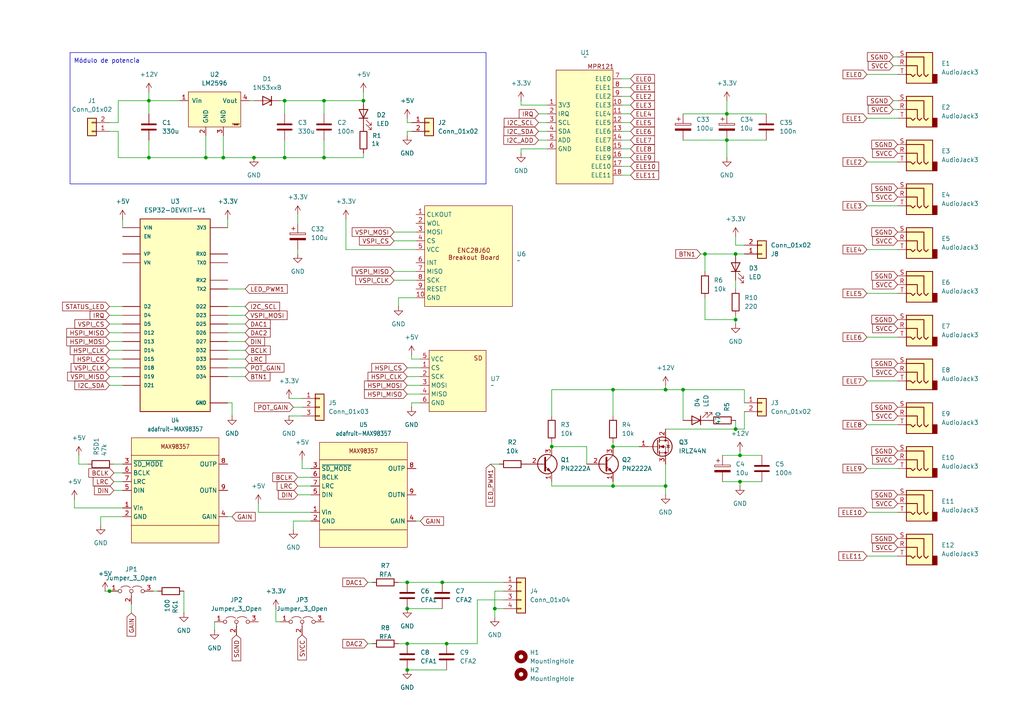
<source format=kicad_sch>
(kicad_sch (version 20231120) (generator "eeschema") (generator_version "8.0")
  (paper "A4")
  (junction (at 118.11 186.69))
  (junction (at 43.18 29.21))
  (junction (at 214.63 139.7))
  (junction (at 82.55 29.21))
  (junction (at 193.04 140.97))
  (junction (at 64.77 45.72))
  (junction (at 210.82 33.02))
  (junction (at 177.8 129.54))
  (junction (at 177.8 113.03))
  (junction (at 213.36 92.71))
  (junction (at 59.69 45.72))
  (junction (at 93.98 29.21))
  (junction (at 210.82 40.64))
  (junction (at 118.11 168.91))
  (junction (at 118.11 194.31))
  (junction (at 105.41 29.21))
  (junction (at 82.55 45.72))
  (junction (at 198.12 113.03))
  (junction (at 177.8 140.97))
  (junction (at 160.02 129.54))
  (junction (at 118.11 176.53))
  (junction (at 213.36 73.66))
  (junction (at 193.04 113.03))
  (junction (at 129.54 186.69))
  (junction (at 73.66 45.72))
  (junction (at 128.27 168.91))
  (junction (at 93.98 45.72))
  (junction (at 31.75 171.45))
  (junction (at 204.47 73.66))
  (junction (at 214.63 132.08))
  (junction (at 213.36 124.46))
  (junction (at 43.18 45.72))
  (junction (at 143.51 176.53))
  (wire (pts (xy 160.02 128.27) (xy 160.02 129.54)))
  (wire (pts (xy 90.17 151.13) (xy 85.09 151.13)))
  (wire (pts (xy 214.63 132.08) (xy 214.63 130.81)))
  (wire (pts (xy 177.8 113.03) (xy 193.04 113.03)))
  (wire (pts (xy 198.12 113.03) (xy 215.9 113.03)))
  (wire (pts (xy 83.82 120.65) (xy 87.63 120.65)))
  (wire (pts (xy 67.31 116.84) (xy 67.31 120.65)))
  (wire (pts (xy 93.98 40.64) (xy 93.98 45.72)))
  (wire (pts (xy 213.36 71.12) (xy 215.9 71.12)))
  (wire (pts (xy 138.43 173.99) (xy 138.43 186.69)))
  (wire (pts (xy 31.75 88.9) (xy 35.56 88.9)))
  (wire (pts (xy 259.08 16.51) (xy 260.35 16.51)))
  (wire (pts (xy 31.75 101.6) (xy 35.56 101.6)))
  (wire (pts (xy 180.34 27.94) (xy 182.88 27.94)))
  (wire (pts (xy 118.11 168.91) (xy 128.27 168.91)))
  (wire (pts (xy 209.55 139.7) (xy 214.63 139.7)))
  (wire (pts (xy 93.98 29.21) (xy 105.41 29.21)))
  (wire (pts (xy 74.93 148.59) (xy 90.17 148.59)))
  (wire (pts (xy 180.34 43.18) (xy 182.88 43.18)))
  (wire (pts (xy 29.21 149.86) (xy 29.21 152.4)))
  (wire (pts (xy 180.34 25.4) (xy 182.88 25.4)))
  (wire (pts (xy 62.23 180.34) (xy 62.23 182.88)))
  (wire (pts (xy 259.08 29.21) (xy 260.35 29.21)))
  (wire (pts (xy 214.63 132.08) (xy 220.98 132.08)))
  (wire (pts (xy 66.04 101.6) (xy 71.12 101.6)))
  (wire (pts (xy 100.33 63.5) (xy 100.33 72.39)))
  (wire (pts (xy 210.82 29.21) (xy 210.82 33.02)))
  (wire (pts (xy 115.57 86.36) (xy 115.57 88.9)))
  (wire (pts (xy 251.46 59.69) (xy 260.35 59.69)))
  (wire (pts (xy 170.18 129.54) (xy 160.02 129.54)))
  (wire (pts (xy 204.47 92.71) (xy 213.36 92.71)))
  (wire (pts (xy 143.51 176.53) (xy 143.51 179.07)))
  (wire (pts (xy 64.77 39.37) (xy 64.77 45.72)))
  (wire (pts (xy 215.9 116.84) (xy 215.9 113.03)))
  (wire (pts (xy 107.95 186.69) (xy 106.68 186.69)))
  (wire (pts (xy 146.05 173.99) (xy 138.43 173.99)))
  (wire (pts (xy 87.63 133.35) (xy 87.63 135.89)))
  (wire (pts (xy 66.04 88.9) (xy 71.12 88.9)))
  (wire (pts (xy 35.56 63.5) (xy 35.56 66.04)))
  (wire (pts (xy 193.04 140.97) (xy 193.04 134.62)))
  (wire (pts (xy 160.02 113.03) (xy 160.02 120.65)))
  (wire (pts (xy 115.57 186.69) (xy 118.11 186.69)))
  (wire (pts (xy 119.38 35.56) (xy 118.11 35.56)))
  (wire (pts (xy 44.45 171.45) (xy 45.72 171.45)))
  (wire (pts (xy 86.36 143.51) (xy 90.17 143.51)))
  (wire (pts (xy 34.29 35.56) (xy 34.29 29.21)))
  (wire (pts (xy 213.36 93.98) (xy 213.36 92.71)))
  (wire (pts (xy 215.9 119.38) (xy 215.9 124.46)))
  (wire (pts (xy 114.3 81.28) (xy 120.65 81.28)))
  (wire (pts (xy 114.3 67.31) (xy 120.65 67.31)))
  (wire (pts (xy 203.2 73.66) (xy 204.47 73.66)))
  (wire (pts (xy 177.8 120.65) (xy 177.8 113.03)))
  (wire (pts (xy 31.75 111.76) (xy 35.56 111.76)))
  (wire (pts (xy 156.21 35.56) (xy 158.75 35.56)))
  (wire (pts (xy 106.68 168.91) (xy 107.95 168.91)))
  (wire (pts (xy 85.09 118.11) (xy 87.63 118.11)))
  (wire (pts (xy 156.21 40.64) (xy 158.75 40.64)))
  (wire (pts (xy 43.18 29.21) (xy 52.07 29.21)))
  (wire (pts (xy 193.04 140.97) (xy 193.04 143.51)))
  (wire (pts (xy 251.46 135.89) (xy 260.35 135.89)))
  (wire (pts (xy 43.18 26.67) (xy 43.18 29.21)))
  (wire (pts (xy 259.08 31.75) (xy 260.35 31.75)))
  (wire (pts (xy 213.36 71.12) (xy 213.36 68.58)))
  (wire (pts (xy 143.51 171.45) (xy 143.51 176.53)))
  (wire (pts (xy 151.13 43.18) (xy 158.75 43.18)))
  (wire (pts (xy 114.3 69.85) (xy 120.65 69.85)))
  (wire (pts (xy 180.34 50.8) (xy 182.88 50.8)))
  (wire (pts (xy 66.04 83.82) (xy 71.12 83.82)))
  (wire (pts (xy 38.1 175.26) (xy 38.1 177.8)))
  (wire (pts (xy 213.36 73.66) (xy 215.9 73.66)))
  (wire (pts (xy 66.04 93.98) (xy 71.12 93.98)))
  (wire (pts (xy 33.02 137.16) (xy 35.56 137.16)))
  (wire (pts (xy 66.04 106.68) (xy 71.12 106.68)))
  (wire (pts (xy 210.82 40.64) (xy 210.82 45.72)))
  (wire (pts (xy 114.3 78.74) (xy 120.65 78.74)))
  (wire (pts (xy 31.75 106.68) (xy 35.56 106.68)))
  (wire (pts (xy 115.57 86.36) (xy 120.65 86.36)))
  (wire (pts (xy 180.34 22.86) (xy 182.88 22.86)))
  (wire (pts (xy 251.46 21.59) (xy 260.35 21.59)))
  (wire (pts (xy 210.82 40.64) (xy 222.25 40.64)))
  (wire (pts (xy 82.55 29.21) (xy 93.98 29.21)))
  (wire (pts (xy 121.92 104.14) (xy 119.38 104.14)))
  (wire (pts (xy 87.63 135.89) (xy 90.17 135.89)))
  (wire (pts (xy 22.86 134.62) (xy 22.86 132.08)))
  (wire (pts (xy 118.11 111.76) (xy 121.92 111.76)))
  (wire (pts (xy 251.46 110.49) (xy 260.35 110.49)))
  (wire (pts (xy 31.75 171.45) (xy 34.29 171.45)))
  (wire (pts (xy 251.46 148.59) (xy 260.35 148.59)))
  (wire (pts (xy 177.8 128.27) (xy 177.8 129.54)))
  (wire (pts (xy 180.34 40.64) (xy 182.88 40.64)))
  (wire (pts (xy 67.31 116.84) (xy 66.04 116.84)))
  (wire (pts (xy 198.12 113.03) (xy 198.12 121.92)))
  (wire (pts (xy 30.48 171.45) (xy 31.75 171.45)))
  (wire (pts (xy 198.12 33.02) (xy 210.82 33.02)))
  (wire (pts (xy 66.04 66.04) (xy 66.04 63.5)))
  (wire (pts (xy 193.04 111.76) (xy 193.04 113.03)))
  (wire (pts (xy 251.46 123.19) (xy 260.35 123.19)))
  (wire (pts (xy 193.04 113.03) (xy 198.12 113.03)))
  (wire (pts (xy 43.18 45.72) (xy 34.29 45.72)))
  (wire (pts (xy 180.34 38.1) (xy 182.88 38.1)))
  (wire (pts (xy 86.36 72.39) (xy 86.36 73.66)))
  (wire (pts (xy 31.75 96.52) (xy 35.56 96.52)))
  (wire (pts (xy 251.46 46.99) (xy 260.35 46.99)))
  (wire (pts (xy 251.46 85.09) (xy 260.35 85.09)))
  (wire (pts (xy 151.13 44.45) (xy 151.13 43.18)))
  (wire (pts (xy 100.33 72.39) (xy 120.65 72.39)))
  (wire (pts (xy 204.47 86.36) (xy 204.47 92.71)))
  (wire (pts (xy 180.34 48.26) (xy 182.88 48.26)))
  (wire (pts (xy 128.27 168.91) (xy 146.05 168.91)))
  (wire (pts (xy 83.82 115.57) (xy 87.63 115.57)))
  (wire (pts (xy 160.02 140.97) (xy 177.8 140.97)))
  (wire (pts (xy 118.11 114.3) (xy 121.92 114.3)))
  (wire (pts (xy 31.75 104.14) (xy 35.56 104.14)))
  (wire (pts (xy 210.82 33.02) (xy 222.25 33.02)))
  (wire (pts (xy 213.36 92.71) (xy 213.36 91.44)))
  (wire (pts (xy 59.69 39.37) (xy 59.69 45.72)))
  (wire (pts (xy 138.43 186.69) (xy 129.54 186.69)))
  (wire (pts (xy 120.65 151.13) (xy 121.92 151.13)))
  (wire (pts (xy 170.18 134.62) (xy 170.18 129.54)))
  (wire (pts (xy 66.04 104.14) (xy 71.12 104.14)))
  (wire (pts (xy 180.34 30.48) (xy 182.88 30.48)))
  (wire (pts (xy 151.13 30.48) (xy 151.13 29.21)))
  (wire (pts (xy 72.39 29.21) (xy 73.66 29.21)))
  (wire (pts (xy 31.75 99.06) (xy 35.56 99.06)))
  (wire (pts (xy 66.04 99.06) (xy 71.12 99.06)))
  (wire (pts (xy 85.09 151.13) (xy 85.09 153.67)))
  (wire (pts (xy 180.34 45.72) (xy 182.88 45.72)))
  (wire (pts (xy 53.34 171.45) (xy 53.34 177.8)))
  (wire (pts (xy 251.46 72.39) (xy 260.35 72.39)))
  (wire (pts (xy 66.04 109.22) (xy 71.12 109.22)))
  (wire (pts (xy 21.59 147.32) (xy 35.56 147.32)))
  (wire (pts (xy 33.02 134.62) (xy 35.56 134.62)))
  (wire (pts (xy 118.11 109.22) (xy 121.92 109.22)))
  (wire (pts (xy 118.11 35.56) (xy 118.11 34.29)))
  (wire (pts (xy 151.13 30.48) (xy 158.75 30.48)))
  (wire (pts (xy 119.38 118.11) (xy 119.38 116.84)))
  (wire (pts (xy 31.75 91.44) (xy 35.56 91.44)))
  (wire (pts (xy 31.75 35.56) (xy 34.29 35.56)))
  (wire (pts (xy 251.46 97.79) (xy 260.35 97.79)))
  (wire (pts (xy 156.21 33.02) (xy 158.75 33.02)))
  (wire (pts (xy 59.69 45.72) (xy 64.77 45.72)))
  (wire (pts (xy 146.05 171.45) (xy 143.51 171.45)))
  (wire (pts (xy 118.11 38.1) (xy 119.38 38.1)))
  (wire (pts (xy 118.11 106.68) (xy 121.92 106.68)))
  (wire (pts (xy 251.46 34.29) (xy 260.35 34.29)))
  (wire (pts (xy 105.41 29.21) (xy 105.41 26.67)))
  (wire (pts (xy 93.98 45.72) (xy 105.41 45.72)))
  (wire (pts (xy 66.04 149.86) (xy 67.31 149.86)))
  (wire (pts (xy 119.38 116.84) (xy 121.92 116.84)))
  (wire (pts (xy 160.02 113.03) (xy 177.8 113.03)))
  (wire (pts (xy 160.02 139.7) (xy 160.02 140.97)))
  (wire (pts (xy 31.75 109.22) (xy 35.56 109.22)))
  (wire (pts (xy 156.21 38.1) (xy 158.75 38.1)))
  (wire (pts (xy 25.4 134.62) (xy 22.86 134.62)))
  (wire (pts (xy 33.02 139.7) (xy 35.56 139.7)))
  (wire (pts (xy 29.21 149.86) (xy 35.56 149.86)))
  (wire (pts (xy 118.11 186.69) (xy 129.54 186.69)))
  (wire (pts (xy 31.75 38.1) (xy 34.29 38.1)))
  (wire (pts (xy 177.8 129.54) (xy 185.42 129.54)))
  (wire (pts (xy 142.24 134.62) (xy 144.78 134.62)))
  (wire (pts (xy 43.18 40.64) (xy 43.18 45.72)))
  (wire (pts (xy 21.59 144.78) (xy 21.59 147.32)))
  (wire (pts (xy 213.36 124.46) (xy 215.9 124.46)))
  (wire (pts (xy 143.51 176.53) (xy 146.05 176.53)))
  (wire (pts (xy 213.36 121.92) (xy 213.36 124.46)))
  (wire (pts (xy 86.36 62.23) (xy 86.36 64.77)))
  (wire (pts (xy 33.02 142.24) (xy 35.56 142.24)))
  (wire (pts (xy 193.04 124.46) (xy 213.36 124.46)))
  (wire (pts (xy 105.41 44.45) (xy 105.41 45.72)))
  (wire (pts (xy 82.55 29.21) (xy 82.55 33.02)))
  (wire (pts (xy 118.11 194.31) (xy 129.54 194.31)))
  (wire (pts (xy 81.28 29.21) (xy 82.55 29.21)))
  (wire (pts (xy 214.63 139.7) (xy 220.98 139.7)))
  (wire (pts (xy 251.46 161.29) (xy 260.35 161.29)))
  (wire (pts (xy 43.18 45.72) (xy 59.69 45.72)))
  (wire (pts (xy 93.98 29.21) (xy 93.98 33.02)))
  (wire (pts (xy 119.38 104.14) (xy 119.38 102.87)))
  (wire (pts (xy 82.55 45.72) (xy 93.98 45.72)))
  (wire (pts (xy 66.04 96.52) (xy 71.12 96.52)))
  (wire (pts (xy 209.55 132.08) (xy 214.63 132.08)))
  (wire (pts (xy 86.36 138.43) (xy 90.17 138.43)))
  (wire (pts (xy 259.08 19.05) (xy 260.35 19.05)))
  (wire (pts (xy 34.29 29.21) (xy 43.18 29.21)))
  (wire (pts (xy 115.57 168.91) (xy 118.11 168.91)))
  (wire (pts (xy 34.29 38.1) (xy 34.29 45.72)))
  (wire (pts (xy 177.8 139.7) (xy 177.8 140.97)))
  (wire (pts (xy 214.63 139.7) (xy 214.63 140.97)))
  (wire (pts (xy 82.55 40.64) (xy 82.55 45.72)))
  (wire (pts (xy 210.82 40.64) (xy 198.12 40.64)))
  (wire (pts (xy 80.01 176.53) (xy 80.01 180.34)))
  (wire (pts (xy 204.47 73.66) (xy 204.47 78.74)))
  (wire (pts (xy 66.04 91.44) (xy 71.12 91.44)))
  (wire (pts (xy 74.93 146.05) (xy 74.93 148.59)))
  (wire (pts (xy 31.75 93.98) (xy 35.56 93.98)))
  (wire (pts (xy 73.66 45.72) (xy 64.77 45.72)))
  (wire (pts (xy 177.8 140.97) (xy 193.04 140.97)))
  (wire (pts (xy 80.01 180.34) (xy 81.28 180.34)))
  (wire (pts (xy 86.36 140.97) (xy 90.17 140.97)))
  (wire (pts (xy 204.47 73.66) (xy 213.36 73.66)))
  (wire (pts (xy 43.18 29.21) (xy 43.18 33.02)))
  (wire (pts (xy 180.34 33.02) (xy 182.88 33.02)))
  (wire (pts (xy 213.36 81.28) (xy 213.36 83.82)))
  (wire (pts (xy 73.66 45.72) (xy 82.55 45.72)))
  (wire (pts (xy 180.34 35.56) (xy 182.88 35.56)))
  (wire (pts (xy 118.11 39.37) (xy 118.11 38.1)))
  (wire (pts (xy 118.11 176.53) (xy 128.27 176.53)))
  (rectangle (start 20.32 15.24) (end 140.97 53.34))
  (text "Módulo de potencia" (at 30.988 17.78 0) (effects (font (size 1.27 1.27))))
  (global_label "DIN" (shape input) (at 71.12 99.06 0) (property "Intersheetrefs" "${INTERSHEET_REFS}" (effects (hide yes))))
  (global_label "ELE7" (shape input) (at 182.88 40.64 0) (property "Intersheetrefs" "${INTERSHEET_REFS}" (effects (hide yes))))
  (global_label "I2C_SCL" (shape input) (at 71.12 88.9 0) (property "Intersheetrefs" "${INTERSHEET_REFS}" (effects (hide yes))))
  (global_label "VSPI_MOSI" (shape input) (at 71.12 91.44 0) (property "Intersheetrefs" "${INTERSHEET_REFS}" (effects (hide yes))))
  (global_label "SVCC" (shape input) (at 260.35 95.25 180) (property "Intersheetrefs" "${INTERSHEET_REFS}" (effects (hide yes))))
  (global_label "ELE5" (shape input) (at 251.46 85.09 180) (property "Intersheetrefs" "${INTERSHEET_REFS}" (effects (hide yes))))
  (global_label "SGND" (shape input) (at 68.58 184.15 270) (property "Intersheetrefs" "${INTERSHEET_REFS}" (effects (hide yes))))
  (global_label "ELE4" (shape input) (at 251.46 72.39 180) (property "Intersheetrefs" "${INTERSHEET_REFS}" (effects (hide yes))))
  (global_label "HSPI_CS" (shape input) (at 31.75 104.14 180) (property "Intersheetrefs" "${INTERSHEET_REFS}" (effects (hide yes))))
  (global_label "BCLK" (shape input) (at 71.12 101.6 0) (property "Intersheetrefs" "${INTERSHEET_REFS}" (effects (hide yes))))
  (global_label "LRC" (shape input) (at 33.02 139.7 180) (property "Intersheetrefs" "${INTERSHEET_REFS}" (effects (hide yes))))
  (global_label "SGND" (shape input) (at 260.35 80.01 180) (property "Intersheetrefs" "${INTERSHEET_REFS}" (effects (hide yes))))
  (global_label "SGND" (shape input) (at 260.35 67.31 180) (property "Intersheetrefs" "${INTERSHEET_REFS}" (effects (hide yes))))
  (global_label "ELE5" (shape input) (at 182.88 35.56 0) (property "Intersheetrefs" "${INTERSHEET_REFS}" (effects (hide yes))))
  (global_label "HSPI_MISO" (shape input) (at 31.75 96.52 180) (property "Intersheetrefs" "${INTERSHEET_REFS}" (effects (hide yes))))
  (global_label "ELE7" (shape input) (at 251.46 110.49 180) (property "Intersheetrefs" "${INTERSHEET_REFS}" (effects (hide yes))))
  (global_label "LED_PWM1" (shape input) (at 71.12 83.82 0) (property "Intersheetrefs" "${INTERSHEET_REFS}" (effects (hide yes))))
  (global_label "ELE10" (shape input) (at 182.88 48.26 0) (property "Intersheetrefs" "${INTERSHEET_REFS}" (effects (hide yes))))
  (global_label "VSPI_CS" (shape input) (at 31.75 93.98 180) (property "Intersheetrefs" "${INTERSHEET_REFS}" (effects (hide yes))))
  (global_label "SVCC" (shape input) (at 259.08 31.75 180) (property "Intersheetrefs" "${INTERSHEET_REFS}" (effects (hide yes))))
  (global_label "ELE0" (shape input) (at 182.88 22.86 0) (property "Intersheetrefs" "${INTERSHEET_REFS}" (effects (hide yes))))
  (global_label "ELE9" (shape input) (at 251.46 135.89 180) (property "Intersheetrefs" "${INTERSHEET_REFS}" (effects (hide yes))))
  (global_label "ELE11" (shape input) (at 182.88 50.8 0) (property "Intersheetrefs" "${INTERSHEET_REFS}" (effects (hide yes))))
  (global_label "HSPI_MOSI" (shape input) (at 31.75 99.06 180) (property "Intersheetrefs" "${INTERSHEET_REFS}" (effects (hide yes))))
  (global_label "VSPI_MISO" (shape input) (at 31.75 109.22 180) (property "Intersheetrefs" "${INTERSHEET_REFS}" (effects (hide yes))))
  (global_label "I2C_SDA" (shape input) (at 156.21 38.1 180) (property "Intersheetrefs" "${INTERSHEET_REFS}" (effects (hide yes))))
  (global_label "ELE3" (shape input) (at 182.88 30.48 0) (property "Intersheetrefs" "${INTERSHEET_REFS}" (effects (hide yes))))
  (global_label "ELE6" (shape input) (at 251.46 97.79 180) (property "Intersheetrefs" "${INTERSHEET_REFS}" (effects (hide yes))))
  (global_label "SGND" (shape input) (at 259.08 29.21 180) (property "Intersheetrefs" "${INTERSHEET_REFS}" (effects (hide yes))))
  (global_label "ELE4" (shape input) (at 182.88 33.02 0) (property "Intersheetrefs" "${INTERSHEET_REFS}" (effects (hide yes))))
  (global_label "SGND" (shape input) (at 260.35 118.11 180) (property "Intersheetrefs" "${INTERSHEET_REFS}" (effects (hide yes))))
  (global_label "SGND" (shape input) (at 260.35 156.21 180) (property "Intersheetrefs" "${INTERSHEET_REFS}" (effects (hide yes))))
  (global_label "DAC1" (shape input) (at 106.68 168.91 180) (property "Intersheetrefs" "${INTERSHEET_REFS}" (effects (hide yes))))
  (global_label "ELE9" (shape input) (at 182.88 45.72 0) (property "Intersheetrefs" "${INTERSHEET_REFS}" (effects (hide yes))))
  (global_label "SGND" (shape input) (at 260.35 54.61 180) (property "Intersheetrefs" "${INTERSHEET_REFS}" (effects (hide yes))))
  (global_label "STATUS_LED" (shape input) (at 31.75 88.9 180) (property "Intersheetrefs" "${INTERSHEET_REFS}" (effects (hide yes))))
  (global_label "ELE3" (shape input) (at 251.46 59.69 180) (property "Intersheetrefs" "${INTERSHEET_REFS}" (effects (hide yes))))
  (global_label "SGND" (shape input) (at 260.35 143.51 180) (property "Intersheetrefs" "${INTERSHEET_REFS}" (effects (hide yes))))
  (global_label "GAIN" (shape input) (at 121.92 151.13 0) (property "Intersheetrefs" "${INTERSHEET_REFS}" (effects (hide yes))))
  (global_label "SGND" (shape input) (at 260.35 41.91 180) (property "Intersheetrefs" "${INTERSHEET_REFS}" (effects (hide yes))))
  (global_label "ELE11" (shape input) (at 251.46 161.29 180) (property "Intersheetrefs" "${INTERSHEET_REFS}" (effects (hide yes))))
  (global_label "BCLK" (shape input) (at 86.36 138.43 180) (property "Intersheetrefs" "${INTERSHEET_REFS}" (effects (hide yes))))
  (global_label "ELE2" (shape input) (at 251.46 46.99 180) (property "Intersheetrefs" "${INTERSHEET_REFS}" (effects (hide yes))))
  (global_label "ELE1" (shape input) (at 251.46 34.29 180) (property "Intersheetrefs" "${INTERSHEET_REFS}" (effects (hide yes))))
  (global_label "SGND" (shape input) (at 260.35 105.41 180) (property "Intersheetrefs" "${INTERSHEET_REFS}" (effects (hide yes))))
  (global_label "DAC2" (shape input) (at 106.68 186.69 180) (property "Intersheetrefs" "${INTERSHEET_REFS}" (effects (hide yes))))
  (global_label "LED_PWM1" (shape input) (at 142.24 134.62 270) (property "Intersheetrefs" "${INTERSHEET_REFS}" (effects (hide yes))))
  (global_label "SVCC" (shape input) (at 260.35 146.05 180) (property "Intersheetrefs" "${INTERSHEET_REFS}" (effects (hide yes))))
  (global_label "BTN1" (shape input) (at 71.12 109.22 0) (property "Intersheetrefs" "${INTERSHEET_REFS}" (effects (hide yes))))
  (global_label "SVCC" (shape input) (at 87.63 184.15 270) (property "Intersheetrefs" "${INTERSHEET_REFS}" (effects (hide yes))))
  (global_label "ELE2" (shape input) (at 182.88 27.94 0) (property "Intersheetrefs" "${INTERSHEET_REFS}" (effects (hide yes))))
  (global_label "SVCC" (shape input) (at 259.08 19.05 180) (property "Intersheetrefs" "${INTERSHEET_REFS}" (effects (hide yes))))
  (global_label "IRQ" (shape input) (at 31.75 91.44 180) (property "Intersheetrefs" "${INTERSHEET_REFS}" (effects (hide yes))))
  (global_label "SVCC" (shape input) (at 260.35 57.15 180) (property "Intersheetrefs" "${INTERSHEET_REFS}" (effects (hide yes))))
  (global_label "SVCC" (shape input) (at 260.35 120.65 180) (property "Intersheetrefs" "${INTERSHEET_REFS}" (effects (hide yes))))
  (global_label "ELE6" (shape input) (at 182.88 38.1 0) (property "Intersheetrefs" "${INTERSHEET_REFS}" (effects (hide yes))))
  (global_label "I2C_SDA" (shape input) (at 31.75 111.76 180) (property "Intersheetrefs" "${INTERSHEET_REFS}" (effects (hide yes))))
  (global_label "HSPI_CLK" (shape input) (at 31.75 101.6 180) (property "Intersheetrefs" "${INTERSHEET_REFS}" (effects (hide yes))))
  (global_label "I2C_ADD" (shape input) (at 156.21 40.64 180) (property "Intersheetrefs" "${INTERSHEET_REFS}" (effects (hide yes))))
  (global_label "BTN1" (shape input) (at 203.2 73.66 180) (property "Intersheetrefs" "${INTERSHEET_REFS}" (effects (hide yes))))
  (global_label "POT_GAIN" (shape input) (at 85.09 118.11 180) (property "Intersheetrefs" "${INTERSHEET_REFS}" (effects (hide yes))))
  (global_label "HSPI_CS" (shape input) (at 118.11 106.68 180) (property "Intersheetrefs" "${INTERSHEET_REFS}" (effects (hide yes))))
  (global_label "DAC1" (shape input) (at 71.12 93.98 0) (property "Intersheetrefs" "${INTERSHEET_REFS}" (effects (hide yes))))
  (global_label "ELE8" (shape input) (at 182.88 43.18 0) (property "Intersheetrefs" "${INTERSHEET_REFS}" (effects (hide yes))))
  (global_label "LRC" (shape input) (at 86.36 140.97 180) (property "Intersheetrefs" "${INTERSHEET_REFS}" (effects (hide yes))))
  (global_label "SGND" (shape input) (at 260.35 92.71 180) (property "Intersheetrefs" "${INTERSHEET_REFS}" (effects (hide yes))))
  (global_label "VSPI_CLK" (shape input) (at 31.75 106.68 180) (property "Intersheetrefs" "${INTERSHEET_REFS}" (effects (hide yes))))
  (global_label "VSPI_MOSI" (shape input) (at 114.3 67.31 180) (property "Intersheetrefs" "${INTERSHEET_REFS}" (effects (hide yes))))
  (global_label "I2C_SCL" (shape input) (at 156.21 35.56 180) (property "Intersheetrefs" "${INTERSHEET_REFS}" (effects (hide yes))))
  (global_label "ELE10" (shape input) (at 251.46 148.59 180) (property "Intersheetrefs" "${INTERSHEET_REFS}" (effects (hide yes))))
  (global_label "SVCC" (shape input) (at 260.35 158.75 180) (property "Intersheetrefs" "${INTERSHEET_REFS}" (effects (hide yes))))
  (global_label "ELE1" (shape input) (at 182.88 25.4 0) (property "Intersheetrefs" "${INTERSHEET_REFS}" (effects (hide yes))))
  (global_label "DAC2" (shape input) (at 71.12 96.52 0) (property "Intersheetrefs" "${INTERSHEET_REFS}" (effects (hide yes))))
  (global_label "LRC" (shape input) (at 71.12 104.14 0) (property "Intersheetrefs" "${INTERSHEET_REFS}" (effects (hide yes))))
  (global_label "GAIN" (shape input) (at 67.31 149.86 0) (property "Intersheetrefs" "${INTERSHEET_REFS}" (effects (hide yes))))
  (global_label "VSPI_CS" (shape input) (at 114.3 69.85 180) (property "Intersheetrefs" "${INTERSHEET_REFS}" (effects (hide yes))))
  (global_label "IRQ" (shape input) (at 156.21 33.02 180) (property "Intersheetrefs" "${INTERSHEET_REFS}" (effects (hide yes))))
  (global_label "SVCC" (shape input) (at 260.35 44.45 180) (property "Intersheetrefs" "${INTERSHEET_REFS}" (effects (hide yes))))
  (global_label "SGND" (shape input) (at 260.35 130.81 180) (property "Intersheetrefs" "${INTERSHEET_REFS}" (effects (hide yes))))
  (global_label "VSPI_MISO" (shape input) (at 114.3 78.74 180) (property "Intersheetrefs" "${INTERSHEET_REFS}" (effects (hide yes))))
  (global_label "DIN" (shape input) (at 33.02 142.24 180) (property "Intersheetrefs" "${INTERSHEET_REFS}" (effects (hide yes))))
  (global_label "HSPI_MOSI" (shape input) (at 118.11 111.76 180) (property "Intersheetrefs" "${INTERSHEET_REFS}" (effects (hide yes))))
  (global_label "SVCC" (shape input) (at 260.35 82.55 180) (property "Intersheetrefs" "${INTERSHEET_REFS}" (effects (hide yes))))
  (global_label "GAIN" (shape input) (at 38.1 177.8 270) (property "Intersheetrefs" "${INTERSHEET_REFS}" (effects (hide yes))))
  (global_label "HSPI_CLK" (shape input) (at 118.11 109.22 180) (property "Intersheetrefs" "${INTERSHEET_REFS}" (effects (hide yes))))
  (global_label "HSPI_MISO" (shape input) (at 118.11 114.3 180) (property "Intersheetrefs" "${INTERSHEET_REFS}" (effects (hide yes))))
  (global_label "POT_GAIN" (shape input) (at 71.12 106.68 0) (property "Intersheetrefs" "${INTERSHEET_REFS}" (effects (hide yes))))
  (global_label "ELE0" (shape input) (at 251.46 21.59 180) (property "Intersheetrefs" "${INTERSHEET_REFS}" (effects (hide yes))))
  (global_label "DIN" (shape input) (at 86.36 143.51 180) (property "Intersheetrefs" "${INTERSHEET_REFS}" (effects (hide yes))))
  (global_label "SVCC" (shape input) (at 260.35 107.95 180) (property "Intersheetrefs" "${INTERSHEET_REFS}" (effects (hide yes))))
  (global_label "VSPI_CLK" (shape input) (at 114.3 81.28 180) (property "Intersheetrefs" "${INTERSHEET_REFS}" (effects (hide yes))))
  (global_label "SVCC" (shape input) (at 260.35 133.35 180) (property "Intersheetrefs" "${INTERSHEET_REFS}" (effects (hide yes))))
  (global_label "SGND" (shape input) (at 259.08 16.51 180) (property "Intersheetrefs" "${INTERSHEET_REFS}" (effects (hide yes))))
  (global_label "ELE8" (shape input) (at 251.46 123.19 180) (property "Intersheetrefs" "${INTERSHEET_REFS}" (effects (hide yes))))
  (global_label "SVCC" (shape input) (at 260.35 69.85 180) (property "Intersheetrefs" "${INTERSHEET_REFS}" (effects (hide yes))))
  (global_label "BCLK" (shape input) (at 33.02 137.16 180) (property "Intersheetrefs" "${INTERSHEET_REFS}" (effects (hide yes))))
  (symbol (lib_id "power:+3.3V") (at 80.01 176.53 0) (unit 1)
    (property "Reference" "#PWR061" (effects (hide yes)))
    (property "Value" "+3.3V" (at 80.01 171.45 0))
    (property "Description" "Power symbol creates a global label with name \"+3.3V\"" (effects (hide yes)))
  )
  (symbol (lib_id "MPR121:MPR121") (at 170.18 36.83 0) (unit 1)
    (property "Reference" "U1" (at 169.7276 15.24 0))
    (property "Value" "~" (at 169.7276 16.51 0))
    (property "Footprint" "MPR121:MPR121" (effects (hide yes)))
  )
  (symbol (lib_id "Device:C_Polarized") (at 210.82 36.83 0) (unit 1)
    (property "Reference" "C34" (at 214.63 34.6709 0) (effects (justify left)))
    (property "Value" "10u" (at 214.63 37.2109 0) (effects (justify left)))
    (property "Footprint" "Capacitor_THT:CP_Radial_D4.0mm_P1.50mm" (effects (hide yes)))
    (property "Description" "Polarized capacitor" (effects (hide yes)))
  )
  (symbol (lib_id "power:GND") (at 86.36 73.66 0) (unit 1)
    (property "Reference" "#PWR013" (effects (hide yes)))
    (property "Value" "GND" (at 86.36 78.74 0))
    (property "Description" "Power symbol creates a global label with name \"GND\" , ground" (effects (hide yes)))
  )
  (symbol (lib_id "Device:C_Polarized") (at 209.55 135.89 0) (unit 1)
    (property "Reference" "C4" (at 213.36 134.6199 0) (effects (justify left)))
    (property "Value" "10u" (at 213.36 137.1599 0) (effects (justify left)))
    (property "Footprint" "Capacitor_THT:CP_Radial_D4.0mm_P1.50mm" (effects (hide yes)))
    (property "Description" "Polarized capacitor" (effects (hide yes)))
  )
  (symbol (lib_id "Device:R") (at 105.41 40.64 0) (unit 1)
    (property "Reference" "R1" (at 107.95 39.3699 0) (effects (justify left)))
    (property "Value" "1k" (at 107.696 41.656 0) (effects (justify left)))
    (property "Footprint" "Resistor_THT:R_Axial_DIN0207_L6.3mm_D2.5mm_P7.62mm_Horizontal" (effects (hide yes)))
    (property "Description" "Resistor" (effects (hide yes)))
  )
  (symbol (lib_id "power:+5V") (at 35.56 63.5 0) (unit 1)
    (property "Reference" "#PWR011" (effects (hide yes)))
    (property "Value" "+5V" (at 35.56 58.42 0))
    (property "Description" "Power symbol creates a global label with name \"+5V\"" (effects (hide yes)))
  )
  (symbol (lib_id "Device:C") (at 43.18 36.83 0) (unit 1)
    (property "Reference" "C1" (at 46.99 35.5599 0) (effects (justify left)))
    (property "Value" "330u" (at 46.99 38.0999 0) (effects (justify left)))
    (property "Footprint" "Capacitor_THT:CP_Radial_D8.0mm_P3.50mm" (effects (hide yes)))
    (property "Description" "Unpolarized capacitor" (effects (hide yes)))
  )
  (symbol (lib_id "Connector_Generic:Conn_01x03") (at 92.71 118.11 0) (unit 1)
    (property "Reference" "J5" (at 95.25 116.8399 0) (effects (justify left)))
    (property "Value" "Conn_01x03" (at 95.25 119.3799 0) (effects (justify left)))
    (property "Footprint" "Connector_JST:JST_EH_B3B-EH-A_1x03_P2.50mm_Vertical" (effects (hide yes)))
    (property "Description" "Generic connector, single row, 01x03, script generated (kicad-library-utils/schlib/autogen/connector/)" (effects (hide yes)))
  )
  (symbol (lib_id "Connector_Audio:AudioJack3") (at 265.43 133.35 0) (mirror y) (unit 1)
    (property "Reference" "E10" (at 273.05 132.7149 0) (effects (justify right)))
    (property "Value" "AudioJack3" (at 273.05 135.2549 0) (effects (justify right)))
    (property "Footprint" "Connector_Audio:Jack_3.5mm_CUI_SJ-3523-SMT_Horizontal" (effects (hide yes)))
    (property "Description" "Audio Jack, 3 Poles (Stereo / TRS)" (effects (hide yes)))
  )
  (symbol (lib_id "Connector_Generic:Conn_01x02") (at 220.98 116.84 0) (unit 1)
    (property "Reference" "J3" (at 223.52 116.8399 0) (effects (justify left)))
    (property "Value" "Conn_01x02" (at 223.52 119.3799 0) (effects (justify left)))
    (property "Footprint" "Connector_Phoenix_MSTB:PhoenixContact_MSTBA_2,5_2-G_1x02_P5.00mm_Horizontal" (effects (hide yes)))
    (property "Description" "Generic connector, single row, 01x02, script generated (kicad-library-utils/schlib/autogen/connector/)" (effects (hide yes)))
  )
  (symbol (lib_id "Connector_Generic:Conn_01x02") (at 220.98 73.66 0) (mirror x) (unit 1)
    (property "Reference" "J8" (at 223.52 73.6601 0) (effects (justify left)))
    (property "Value" "Conn_01x02" (at 223.52 71.1201 0) (effects (justify left)))
    (property "Footprint" "Connector_JST:JST_EH_B2B-EH-A_1x02_P2.50mm_Vertical" (effects (hide yes)))
    (property "Description" "Generic connector, single row, 01x02, script generated (kicad-library-utils/schlib/autogen/connector/)" (effects (hide yes)))
  )
  (symbol (lib_id "power:+3.3V") (at 213.36 68.58 0) (unit 1)
    (property "Reference" "#PWR050" (effects (hide yes)))
    (property "Value" "+3.3V" (at 213.36 63.5 0))
    (property "Description" "Power symbol creates a global label with name \"+3.3V\"" (effects (hide yes)))
  )
  (symbol (lib_id "Device:R") (at 29.21 134.62 90) (unit 1)
    (property "Reference" "RSD1" (at 27.9399 132.08 0) (effects (justify left)))
    (property "Value" "47k" (at 30.226 132.334 0) (effects (justify left)))
    (property "Footprint" "Resistor_THT:R_Axial_DIN0207_L6.3mm_D2.5mm_P7.62mm_Horizontal" (effects (hide yes)))
    (property "Description" "Resistor" (effects (hide yes)))
  )
  (symbol (lib_id "Device:C") (at 118.11 190.5 0) (unit 1)
    (property "Reference" "C8" (at 121.92 189.2299 0) (effects (justify left)))
    (property "Value" "CFA1" (at 121.92 191.7699 0) (effects (justify left)))
    (property "Footprint" "Capacitor_THT:CP_Radial_D4.0mm_P1.50mm" (effects (hide yes)))
    (property "Description" "Unpolarized capacitor" (effects (hide yes)))
  )
  (symbol (lib_id "yaaj_dcdc_stepdown_lm2596:YAAJ_DCDC_StepDown_LM2596") (at 62.23 31.75 0) (unit 1)
    (property "Reference" "U2" (at 62.23 21.59 0))
    (property "Value" "LM2596" (at 62.23 24.13 0))
    (property "Footprint" "yaaj_dcdc_stepdown_lm2596:YAAJ_DCDC_StepDown_LM2596" (effects (hide yes)))
    (property "Description" "module : adjustable step down module 3.2V-40V to 1.25V-35V 3A" (effects (hide yes)))
  )
  (symbol (lib_id "power:+5V") (at 22.86 132.08 0) (unit 1)
    (property "Reference" "#PWR046" (effects (hide yes)))
    (property "Value" "+5V" (at 22.86 127 0))
    (property "Description" "Power symbol creates a global label with name \"+5V\"" (effects (hide yes)))
  )
  (symbol (lib_id "Transistor_BJT:PN2222A") (at 157.48 134.62 0) (unit 1)
    (property "Reference" "Q1" (at 162.56 133.3499 0) (effects (justify left)))
    (property "Value" "PN2222A" (at 162.56 135.8899 0) (effects (justify left)))
    (property "Footprint" "Package_TO_SOT_THT:TO-92_Inline" (effects (hide yes)))
    (property "Datasheet" "https://www.onsemi.com/pub/Collateral/PN2222-D.PDF" (effects (hide yes)))
    (property "Description" "1A Ic, 40V Vce, NPN Transistor, General Purpose Transistor, TO-92" (effects (hide yes)))
  )
  (symbol (lib_id "power:+3.3V") (at 86.36 62.23 0) (unit 1)
    (property "Reference" "#PWR038" (effects (hide yes)))
    (property "Value" "+3.3V" (at 86.36 57.15 0))
    (property "Description" "Power symbol creates a global label with name \"+3.3V\"" (effects (hide yes)))
  )
  (symbol (lib_id "Connector_Audio:AudioJack3") (at 265.43 31.75 0) (mirror y) (unit 1)
    (property "Reference" "E2" (at 273.05 31.1149 0) (effects (justify right)))
    (property "Value" "AudioJack3" (at 273.05 33.6549 0) (effects (justify right)))
    (property "Footprint" "Connector_Audio:Jack_3.5mm_CUI_SJ-3523-SMT_Horizontal" (effects (hide yes)))
    (property "Description" "Audio Jack, 3 Poles (Stereo / TRS)" (effects (hide yes)))
  )
  (symbol (lib_id "adafruit-MAX98357:adafruit-MAX98357") (at 105.41 143.51 0) (unit 1)
    (property "Reference" "U5" (at 105.41 123.19 0) (effects (font (size 1.27 1.0795))))
    (property "Value" "adafruit-MAX98357" (at 105.41 125.73 0) (effects (font (size 1.27 1.0795))))
    (property "Footprint" "adafruit-MAX98357:adafruit-MAX98357" (effects (hide yes)))
  )
  (symbol (lib_id "power:GND") (at 83.82 120.65 0) (unit 1)
    (property "Reference" "#PWR059" (effects (hide yes)))
    (property "Value" "GND" (at 83.82 125.73 0))
    (property "Description" "Power symbol creates a global label with name \"GND\" , ground" (effects (hide yes)))
  )
  (symbol (lib_id "power:GND") (at 29.21 152.4 0) (unit 1)
    (property "Reference" "#PWR041" (effects (hide yes)))
    (property "Value" "GND" (at 29.21 157.48 0))
    (property "Description" "Power symbol creates a global label with name \"GND\" , ground" (effects (hide yes)))
  )
  (symbol (lib_id "Device:R") (at 111.76 186.69 90) (unit 1)
    (property "Reference" "R8" (at 111.76 182.118 90))
    (property "Value" "RFA" (at 111.76 184.658 90))
    (property "Footprint" "Resistor_THT:R_Axial_DIN0207_L6.3mm_D2.5mm_P7.62mm_Horizontal" (effects (hide yes)))
    (property "Description" "Resistor" (effects (hide yes)))
  )
  (symbol (lib_id "power:GND") (at 151.13 44.45 0) (unit 1)
    (property "Reference" "#PWR015" (effects (hide yes)))
    (property "Value" "GND" (at 151.13 49.53 0))
    (property "Description" "Power symbol creates a global label with name \"GND\" , ground" (effects (hide yes)))
  )
  (symbol (lib_id "power:+3.3V") (at 83.82 115.57 0) (unit 1)
    (property "Reference" "#PWR058" (effects (hide yes)))
    (property "Value" "+3.3V" (at 83.82 110.49 0))
    (property "Description" "Power symbol creates a global label with name \"+3.3V\"" (effects (hide yes)))
  )
  (symbol (lib_id "Device:R") (at 177.8 124.46 0) (unit 1)
    (property "Reference" "R4" (at 180.34 123.1899 0) (effects (justify left)))
    (property "Value" "10k" (at 180.34 125.7299 0) (effects (justify left)))
    (property "Footprint" "Resistor_THT:R_Axial_DIN0207_L6.3mm_D2.5mm_P7.62mm_Horizontal" (effects (hide yes)))
    (property "Description" "Resistor" (effects (hide yes)))
  )
  (symbol (lib_id "power:+3.3V") (at 100.33 63.5 0) (unit 1)
    (property "Reference" "#PWR012" (effects (hide yes)))
    (property "Value" "+3.3V" (at 100.33 58.42 0))
    (property "Description" "Power symbol creates a global label with name \"+3.3V\"" (effects (hide yes)))
  )
  (symbol (lib_id "power:+12V") (at 43.18 26.67 0) (unit 1)
    (property "Reference" "#PWR01" (effects (hide yes)))
    (property "Value" "+12V" (at 43.18 21.59 0))
    (property "Description" "Power symbol creates a global label with name \"+12V\"" (effects (hide yes)))
  )
  (symbol (lib_id "Device:R") (at 213.36 87.63 0) (unit 1)
    (property "Reference" "R10" (at 215.9 86.3599 0) (effects (justify left)))
    (property "Value" "220" (at 215.9 88.8999 0) (effects (justify left)))
    (property "Footprint" "Resistor_THT:R_Axial_DIN0207_L6.3mm_D2.5mm_P7.62mm_Horizontal" (effects (hide yes)))
    (property "Description" "Resistor" (effects (hide yes)))
  )
  (symbol (lib_id "power:+12V") (at 214.63 130.81 0) (unit 1)
    (property "Reference" "#PWR049" (effects (hide yes)))
    (property "Value" "+12V" (at 214.63 125.73 0))
    (property "Description" "Power symbol creates a global label with name \"+12V\"" (effects (hide yes)))
  )
  (symbol (lib_id "Connector_Audio:AudioJack3") (at 265.43 19.05 0) (mirror y) (unit 1)
    (property "Reference" "E1" (at 273.05 18.4149 0) (effects (justify right)))
    (property "Value" "AudioJack3" (at 273.05 20.9549 0) (effects (justify right)))
    (property "Footprint" "Connector_Audio:Jack_3.5mm_CUI_SJ-3523-SMT_Horizontal" (effects (hide yes)))
    (property "Description" "Audio Jack, 3 Poles (Stereo / TRS)" (effects (hide yes)))
  )
  (symbol (lib_id "Device:C") (at 128.27 172.72 0) (unit 1)
    (property "Reference" "C7" (at 132.08 171.4499 0) (effects (justify left)))
    (property "Value" "CFA2" (at 132.08 173.9899 0) (effects (justify left)))
    (property "Footprint" "Capacitor_THT:C_Disc_D3.8mm_W2.6mm_P2.50mm" (effects (hide yes)))
    (property "Description" "Unpolarized capacitor" (effects (hide yes)))
  )
  (symbol (lib_id "power:+5V") (at 74.93 146.05 0) (unit 1)
    (property "Reference" "#PWR043" (effects (hide yes)))
    (property "Value" "+5V" (at 74.93 140.97 0))
    (property "Description" "Power symbol creates a global label with name \"+5V\"" (effects (hide yes)))
  )
  (symbol (lib_id "power:+5V") (at 87.63 133.35 0) (unit 1)
    (property "Reference" "#PWR06" (effects (hide yes)))
    (property "Value" "+5V" (at 87.63 128.27 0))
    (property "Description" "Power symbol creates a global label with name \"+5V\"" (effects (hide yes)))
  )
  (symbol (lib_id "power:GND") (at 115.57 88.9 0) (unit 1)
    (property "Reference" "#PWR039" (effects (hide yes)))
    (property "Value" "GND" (at 115.57 93.98 0))
    (property "Description" "Power symbol creates a global label with name \"GND\" , ground" (effects (hide yes)))
  )
  (symbol (lib_id "Jumper:Jumper_3_Open") (at 38.1 171.45 0) (unit 1) (exclude_from_sim yes) (in_bom no)
    (property "Reference" "JP1" (at 38.1 165.1 0))
    (property "Value" "Jumper_3_Open" (at 38.1 167.64 0))
    (property "Footprint" "Connector_PinHeader_2.54mm:PinHeader_1x03_P2.54mm_Vertical" (effects (hide yes)))
    (property "Description" "Jumper, 3-pole, both open" (effects (hide yes)))
  )
  (symbol (lib_id "Device:R") (at 111.76 168.91 90) (unit 1)
    (property "Reference" "R7" (at 111.76 164.084 90))
    (property "Value" "RFA" (at 111.76 166.624 90))
    (property "Footprint" "Resistor_THT:R_Axial_DIN0207_L6.3mm_D2.5mm_P7.62mm_Horizontal" (effects (hide yes)))
    (property "Description" "Resistor" (effects (hide yes)))
  )
  (symbol (lib_id "Device:C") (at 118.11 172.72 0) (unit 1)
    (property "Reference" "C6" (at 121.92 171.4499 0) (effects (justify left)))
    (property "Value" "CFA1" (at 121.92 173.9899 0) (effects (justify left)))
    (property "Footprint" "Capacitor_THT:CP_Radial_D4.0mm_P1.50mm" (effects (hide yes)))
    (property "Description" "Unpolarized capacitor" (effects (hide yes)))
  )
  (symbol (lib_id "Device:R") (at 209.55 121.92 270) (mirror x) (unit 1)
    (property "Reference" "R5" (at 210.8201 119.38 0) (effects (justify left)))
    (property "Value" "470" (at 208.2801 119.38 0) (effects (justify right)))
    (property "Footprint" "Resistor_THT:R_Axial_DIN0207_L6.3mm_D2.5mm_P7.62mm_Horizontal" (effects (hide yes)))
    (property "Description" "Resistor" (effects (hide yes)))
  )
  (symbol (lib_id "Device:C") (at 129.54 190.5 0) (unit 1)
    (property "Reference" "C9" (at 133.35 189.2299 0) (effects (justify left)))
    (property "Value" "CFA2" (at 133.35 191.7699 0) (effects (justify left)))
    (property "Footprint" "Capacitor_THT:C_Disc_D3.8mm_W2.6mm_P2.50mm" (effects (hide yes)))
    (property "Description" "Unpolarized capacitor" (effects (hide yes)))
  )
  (symbol (lib_id "power:GND") (at 118.11 194.31 0) (unit 1)
    (property "Reference" "#PWR055" (effects (hide yes)))
    (property "Value" "GND" (at 118.11 199.39 0))
    (property "Description" "Power symbol creates a global label with name \"GND\" , ground" (effects (hide yes)))
  )
  (symbol (lib_id "Device:R") (at 204.47 82.55 0) (unit 1)
    (property "Reference" "R6" (at 207.01 81.2799 0) (effects (justify left)))
    (property "Value" "10k" (at 207.01 83.8199 0) (effects (justify left)))
    (property "Footprint" "Resistor_THT:R_Axial_DIN0207_L6.3mm_D2.5mm_P7.62mm_Horizontal" (effects (hide yes)))
    (property "Description" "Resistor" (effects (hide yes)))
  )
  (symbol (lib_id "Transistor_FET:IRLZ44N") (at 190.5 129.54 0) (unit 1)
    (property "Reference" "Q3" (at 196.85 128.2699 0) (effects (justify left)))
    (property "Value" "IRLZ44N" (at 196.85 130.8099 0) (effects (justify left)))
    (property "Footprint" "Package_TO_SOT_THT:TO-220-3_Vertical" (effects (hide yes)))
    (property "Datasheet" "http://www.irf.com/product-info/datasheets/data/irlz44n.pdf" (effects (hide yes)))
    (property "Description" "47A Id, 55V Vds, 22mOhm Rds Single N-Channel HEXFET Power MOSFET, TO-220AB" (effects (hide yes)))
  )
  (symbol (lib_id "Connector_Audio:AudioJack3") (at 265.43 146.05 0) (mirror y) (unit 1)
    (property "Reference" "E11" (at 273.05 145.4149 0) (effects (justify right)))
    (property "Value" "AudioJack3" (at 273.05 147.9549 0) (effects (justify right)))
    (property "Footprint" "Connector_Audio:Jack_3.5mm_CUI_SJ-3523-SMT_Horizontal" (effects (hide yes)))
    (property "Description" "Audio Jack, 3 Poles (Stereo / TRS)" (effects (hide yes)))
  )
  (symbol (lib_id "Connector_Audio:AudioJack3") (at 265.43 107.95 0) (mirror y) (unit 1)
    (property "Reference" "E8" (at 273.05 107.3149 0) (effects (justify right)))
    (property "Value" "AudioJack3" (at 273.05 109.8549 0) (effects (justify right)))
    (property "Footprint" "Connector_Audio:Jack_3.5mm_CUI_SJ-3523-SMT_Horizontal" (effects (hide yes)))
    (property "Description" "Audio Jack, 3 Poles (Stereo / TRS)" (effects (hide yes)))
  )
  (symbol (lib_id "Device:LED") (at 105.41 33.02 90) (unit 1)
    (property "Reference" "D2" (at 109.22 33.3374 90) (effects (justify right)))
    (property "Value" "LED" (at 109.22 35.8774 90) (effects (justify right)))
    (property "Footprint" "LED_THT:LED_D5.0mm" (effects (hide yes)))
    (property "Description" "Light emitting diode" (effects (hide yes)))
  )
  (symbol (lib_id "power:GND") (at 62.23 182.88 0) (unit 1)
    (property "Reference" "#PWR060" (effects (hide yes)))
    (property "Value" "GND" (at 62.23 187.96 0))
    (property "Description" "Power symbol creates a global label with name \"GND\" , ground" (effects (hide yes)))
  )
  (symbol (lib_id "Connector_Audio:AudioJack3") (at 265.43 120.65 0) (mirror y) (unit 1)
    (property "Reference" "E9" (at 273.05 120.0149 0) (effects (justify right)))
    (property "Value" "AudioJack3" (at 273.05 122.5549 0) (effects (justify right)))
    (property "Footprint" "Connector_Audio:Jack_3.5mm_CUI_SJ-3523-SMT_Horizontal" (effects (hide yes)))
    (property "Description" "Audio Jack, 3 Poles (Stereo / TRS)" (effects (hide yes)))
  )
  (symbol (lib_id "power:+5V") (at 119.38 102.87 0) (unit 1)
    (property "Reference" "#PWR056" (effects (hide yes)))
    (property "Value" "+5V" (at 119.38 97.79 0))
    (property "Description" "Power symbol creates a global label with name \"+5V\"" (effects (hide yes)))
  )
  (symbol (lib_id "Diode:1N53xxB") (at 77.47 29.21 180) (unit 1)
    (property "Reference" "D1" (at 77.47 22.86 0))
    (property "Value" "1N53xxB" (at 77.47 25.4 0))
    (property "Footprint" "Diode_THT:D_DO-201_P15.24mm_Horizontal" (effects (hide yes)))
    (property "Datasheet" "https://diotec.com/tl_files/diotec/files/pdf/datasheets/1n5345b.pdf" (effects (hide yes)))
    (property "Description" "5000mW Zener Diode, DO-201" (effects (hide yes)))
  )
  (symbol (lib_id "Device:R") (at 49.53 171.45 270) (unit 1)
    (property "Reference" "RG1" (at 50.8001 173.99 0) (effects (justify left)))
    (property "Value" "100" (at 48.514 173.736 0) (effects (justify left)))
    (property "Footprint" "Resistor_THT:R_Axial_DIN0207_L6.3mm_D2.5mm_P7.62mm_Horizontal" (effects (hide yes)))
    (property "Description" "Resistor" (effects (hide yes)))
  )
  (symbol (lib_id "power:GND") (at 193.04 143.51 0) (unit 1)
    (property "Reference" "#PWR048" (effects (hide yes)))
    (property "Value" "GND" (at 193.04 148.59 0))
    (property "Description" "Power symbol creates a global label with name \"GND\" , ground" (effects (hide yes)))
  )
  (symbol (lib_id "Connector_Generic:Conn_01x02") (at 26.67 38.1 180) (unit 1)
    (property "Reference" "J1" (at 26.67 29.21 0))
    (property "Value" "Conn_01x02" (at 26.67 31.75 0))
    (property "Footprint" "Connector_Phoenix_MSTB:PhoenixContact_MSTBA_2,5_2-G_1x02_P5.00mm_Horizontal" (effects (hide yes)))
    (property "Description" "Generic connector, single row, 01x02, script generated (kicad-library-utils/schlib/autogen/connector/)" (effects (hide yes)))
  )
  (symbol (lib_id "power:GND") (at 73.66 45.72 0) (unit 1)
    (property "Reference" "#PWR04" (effects (hide yes)))
    (property "Value" "GND" (at 73.66 50.8 0))
    (property "Description" "Power symbol creates a global label with name \"GND\" , ground" (effects (hide yes)))
  )
  (symbol (lib_id "Device:C") (at 222.25 36.83 0) (unit 1)
    (property "Reference" "C35" (at 226.06 35.5599 0) (effects (justify left)))
    (property "Value" "100n" (at 226.06 38.0999 0) (effects (justify left)))
    (property "Footprint" "Capacitor_THT:C_Disc_D3.8mm_W2.6mm_P2.50mm" (effects (hide yes)))
    (property "Description" "Unpolarized capacitor" (effects (hide yes)))
  )
  (symbol (lib_id "power:GND") (at 213.36 93.98 0) (unit 1)
    (property "Reference" "#PWR051" (effects (hide yes)))
    (property "Value" "GND" (at 213.36 99.06 0))
    (property "Description" "Power symbol creates a global label with name \"GND\" , ground" (effects (hide yes)))
  )
  (symbol (lib_id "Connector_Audio:AudioJack3") (at 265.43 95.25 0) (mirror y) (unit 1)
    (property "Reference" "E7" (at 273.05 94.6149 0) (effects (justify right)))
    (property "Value" "AudioJack3" (at 273.05 97.1549 0) (effects (justify right)))
    (property "Footprint" "Connector_Audio:Jack_3.5mm_CUI_SJ-3523-SMT_Horizontal" (effects (hide yes)))
    (property "Description" "Audio Jack, 3 Poles (Stereo / TRS)" (effects (hide yes)))
  )
  (symbol (lib_id "power:GND") (at 85.09 153.67 0) (unit 1)
    (property "Reference" "#PWR040" (effects (hide yes)))
    (property "Value" "GND" (at 85.09 158.75 0))
    (property "Description" "Power symbol creates a global label with name \"GND\" , ground" (effects (hide yes)))
  )
  (symbol (lib_id "power:+3.3V") (at 210.82 29.21 0) (unit 1)
    (property "Reference" "#PWR082" (effects (hide yes)))
    (property "Value" "+3.3V" (at 210.82 24.13 0))
    (property "Description" "Power symbol creates a global label with name \"+3.3V\"" (effects (hide yes)))
  )
  (symbol (lib_id "Device:C") (at 82.55 36.83 0) (unit 1)
    (property "Reference" "C3" (at 86.36 35.5599 0) (effects (justify left)))
    (property "Value" "330u" (at 86.36 38.0999 0) (effects (justify left)))
    (property "Footprint" "Capacitor_THT:CP_Radial_D8.0mm_P3.50mm" (effects (hide yes)))
    (property "Description" "Unpolarized capacitor" (effects (hide yes)))
  )
  (symbol (lib_id "Connector_Generic:Conn_01x02") (at 124.46 35.56 0) (unit 1)
    (property "Reference" "J2" (at 127 35.5599 0) (effects (justify left)))
    (property "Value" "Conn_01x02" (at 127 38.0999 0) (effects (justify left)))
    (property "Footprint" "Connector_JST:JST_EH_B2B-EH-A_1x02_P2.50mm_Vertical" (effects (hide yes)))
    (property "Description" "Generic connector, single row, 01x02, script generated (kicad-library-utils/schlib/autogen/connector/)" (effects (hide yes)))
  )
  (symbol (lib_id "Connector_Audio:AudioJack3") (at 265.43 69.85 0) (mirror y) (unit 1)
    (property "Reference" "E5" (at 273.05 69.2149 0) (effects (justify right)))
    (property "Value" "AudioJack3" (at 273.05 71.7549 0) (effects (justify right)))
    (property "Footprint" "Connector_Audio:Jack_3.5mm_CUI_SJ-3523-SMT_Horizontal" (effects (hide yes)))
    (property "Description" "Audio Jack, 3 Poles (Stereo / TRS)" (effects (hide yes)))
  )
  (symbol (lib_id "power:+12V") (at 193.04 111.76 0) (unit 1)
    (property "Reference" "#PWR047" (effects (hide yes)))
    (property "Value" "+12V" (at 193.04 106.68 0))
    (property "Description" "Power symbol creates a global label with name \"+12V\"" (effects (hide yes)))
  )
  (symbol (lib_id "power:GND") (at 67.31 120.65 0) (unit 1)
    (property "Reference" "#PWR02" (effects (hide yes)))
    (property "Value" "GND" (at 67.31 125.73 0))
    (property "Description" "Power symbol creates a global label with name \"GND\" , ground" (effects (hide yes)))
  )
  (symbol (lib_id "Connector_Audio:AudioJack3") (at 265.43 44.45 0) (mirror y) (unit 1)
    (property "Reference" "E3" (at 273.05 43.8149 0) (effects (justify right)))
    (property "Value" "AudioJack3" (at 273.05 46.3549 0) (effects (justify right)))
    (property "Footprint" "Connector_Audio:Jack_3.5mm_CUI_SJ-3523-SMT_Horizontal" (effects (hide yes)))
    (property "Description" "Audio Jack, 3 Poles (Stereo / TRS)" (effects (hide yes)))
  )
  (symbol (lib_id "Mechanical:MountingHole") (at 151.13 190.5 0) (unit 1) (exclude_from_sim yes) (in_bom no)
    (property "Reference" "H1" (at 153.67 189.2299 0) (effects (justify left)))
    (property "Value" "MountingHole" (at 153.67 191.7699 0) (effects (justify left)))
    (property "Footprint" "MountingHole:MountingHole_3.2mm_M3" (effects (hide yes)))
    (property "Description" "Mounting Hole without connection" (effects (hide yes)))
  )
  (symbol (lib_id "Connector_Audio:AudioJack3") (at 265.43 158.75 0) (mirror y) (unit 1)
    (property "Reference" "E12" (at 273.05 158.1149 0) (effects (justify right)))
    (property "Value" "AudioJack3" (at 273.05 160.6549 0) (effects (justify right)))
    (property "Footprint" "Connector_Audio:Jack_3.5mm_CUI_SJ-3523-SMT_Horizontal" (effects (hide yes)))
    (property "Description" "Audio Jack, 3 Poles (Stereo / TRS)" (effects (hide yes)))
  )
  (symbol (lib_id "Device:LED") (at 201.93 121.92 180) (unit 1)
    (property "Reference" "D4" (at 202.2474 118.11 90) (effects (justify right)))
    (property "Value" "LED" (at 204.7874 118.11 90) (effects (justify right)))
    (property "Footprint" "LED_THT:LED_D3.0mm" (effects (hide yes)))
    (property "Description" "Light emitting diode" (effects (hide yes)))
  )
  (symbol (lib_id "power:+3.3V") (at 66.04 63.5 0) (unit 1)
    (property "Reference" "#PWR03" (effects (hide yes)))
    (property "Value" "+3.3V" (at 66.04 58.42 0))
    (property "Description" "Power symbol creates a global label with name \"+3.3V\"" (effects (hide yes)))
  )
  (symbol (lib_id "Device:C") (at 220.98 135.89 0) (unit 1)
    (property "Reference" "C5" (at 224.79 134.6199 0) (effects (justify left)))
    (property "Value" "100n" (at 224.79 137.1599 0) (effects (justify left)))
    (property "Footprint" "Capacitor_THT:C_Disc_D3.8mm_W2.6mm_P2.50mm" (effects (hide yes)))
    (property "Description" "Unpolarized capacitor" (effects (hide yes)))
  )
  (symbol (lib_id "Mechanical:MountingHole") (at 151.13 195.58 0) (unit 1) (exclude_from_sim yes) (in_bom no)
    (property "Reference" "H2" (at 153.67 194.3099 0) (effects (justify left)))
    (property "Value" "MountingHole" (at 153.67 196.8499 0) (effects (justify left)))
    (property "Footprint" "MountingHole:MountingHole_3.2mm_M3" (effects (hide yes)))
    (property "Description" "Mounting Hole without connection" (effects (hide yes)))
  )
  (symbol (lib_name "adafruit-MAX98357_1") (lib_id "adafruit-MAX98357:adafruit-MAX98357") (at 50.8 142.24 0) (unit 1)
    (property "Reference" "U4" (at 50.8 121.92 0) (effects (font (size 1.27 1.0795))))
    (property "Value" "adafruit-MAX98357" (at 50.8 124.46 0) (effects (font (size 1.27 1.0795))))
    (property "Footprint" "adafruit-MAX98357:adafruit-MAX98357" (effects (hide yes)))
  )
  (symbol (lib_id "power:GND") (at 118.11 176.53 0) (unit 1)
    (property "Reference" "#PWR053" (effects (hide yes)))
    (property "Value" "GND" (at 118.11 181.61 0))
    (property "Description" "Power symbol creates a global label with name \"GND\" , ground" (effects (hide yes)))
  )
  (symbol (lib_id "Transistor_BJT:PN2222A") (at 175.26 134.62 0) (unit 1)
    (property "Reference" "Q2" (at 180.34 133.3499 0) (effects (justify left)))
    (property "Value" "PN2222A" (at 180.34 135.8899 0) (effects (justify left)))
    (property "Footprint" "Package_TO_SOT_THT:TO-92_Inline" (effects (hide yes)))
    (property "Datasheet" "https://www.onsemi.com/pub/Collateral/PN2222-D.PDF" (effects (hide yes)))
    (property "Description" "1A Ic, 40V Vce, NPN Transistor, General Purpose Transistor, TO-92" (effects (hide yes)))
  )
  (symbol (lib_id "Connector_Generic:Conn_01x04") (at 151.13 171.45 0) (unit 1)
    (property "Reference" "J4" (at 153.67 171.4499 0) (effects (justify left)))
    (property "Value" "Conn_01x04" (at 153.67 173.9899 0) (effects (justify left)))
    (property "Footprint" "Connector_JST:JST_EH_B4B-EH-A_1x04_P2.50mm_Vertical" (effects (hide yes)))
    (property "Description" "Generic connector, single row, 01x04, script generated (kicad-library-utils/schlib/autogen/connector/)" (effects (hide yes)))
  )
  (symbol (lib_id "Device:C_Polarized") (at 198.12 36.83 0) (unit 1)
    (property "Reference" "C33" (at 201.93 34.6709 0) (effects (justify left)))
    (property "Value" "100u" (at 201.93 37.2109 0) (effects (justify left)))
    (property "Footprint" "Capacitor_THT:CP_Radial_D6.3mm_P2.50mm" (effects (hide yes)))
    (property "Description" "Polarized capacitor" (effects (hide yes)))
  )
  (symbol (lib_id "power:GND") (at 53.34 177.8 0) (unit 1)
    (property "Reference" "#PWR044" (effects (hide yes)))
    (property "Value" "GND" (at 53.34 182.88 0))
    (property "Description" "Power symbol creates a global label with name \"GND\" , ground" (effects (hide yes)))
  )
  (symbol (lib_id "power:+5V") (at 21.59 144.78 0) (unit 1)
    (property "Reference" "#PWR042" (effects (hide yes)))
    (property "Value" "+5V" (at 21.59 139.7 0))
    (property "Description" "Power symbol creates a global label with name \"+5V\"" (effects (hide yes)))
  )
  (symbol (lib_id "Jumper:Jumper_3_Open") (at 87.63 180.34 0) (unit 1) (exclude_from_sim yes) (in_bom no)
    (property "Reference" "JP3" (at 87.63 173.99 0))
    (property "Value" "Jumper_3_Open" (at 87.63 176.53 0))
    (property "Footprint" "Connector_PinHeader_2.54mm:PinHeader_1x03_P2.54mm_Vertical" (effects (hide yes)))
    (property "Description" "Jumper, 3-pole, both open" (effects (hide yes)))
  )
  (symbol (lib_id "power:GND") (at 119.38 118.11 0) (unit 1)
    (property "Reference" "#PWR057" (effects (hide yes)))
    (property "Value" "GND" (at 119.38 123.19 0))
    (property "Description" "Power symbol creates a global label with name \"GND\" , ground" (effects (hide yes)))
  )
  (symbol (lib_id "power:+3.3V") (at 151.13 29.21 0) (unit 1)
    (property "Reference" "#PWR014" (effects (hide yes)))
    (property "Value" "+3.3V" (at 151.13 24.13 0))
    (property "Description" "Power symbol creates a global label with name \"+3.3V\"" (effects (hide yes)))
  )
  (symbol (lib_id "power:+5V") (at 30.48 171.45 0) (unit 1)
    (property "Reference" "#PWR045" (effects (hide yes)))
    (property "Value" "+5V" (at 30.48 166.37 0))
    (property "Description" "Power symbol creates a global label with name \"+5V\"" (effects (hide yes)))
  )
  (symbol (lib_id "power:GND") (at 214.63 140.97 0) (unit 1)
    (property "Reference" "#PWR052" (effects (hide yes)))
    (property "Value" "GND" (at 214.63 146.05 0))
    (property "Description" "Power symbol creates a global label with name \"GND\" , ground" (effects (hide yes)))
  )
  (symbol (lib_id "Connector_Audio:AudioJack3") (at 265.43 57.15 0) (mirror y) (unit 1)
    (property "Reference" "E4" (at 273.05 56.5149 0) (effects (justify right)))
    (property "Value" "AudioJack3" (at 273.05 59.0549 0) (effects (justify right)))
    (property "Footprint" "Connector_Audio:Jack_3.5mm_CUI_SJ-3523-SMT_Horizontal" (effects (hide yes)))
    (property "Description" "Audio Jack, 3 Poles (Stereo / TRS)" (effects (hide yes)))
  )
  (symbol (lib_id "Device:LED") (at 213.36 77.47 90) (unit 1)
    (property "Reference" "D3" (at 217.17 77.7874 90) (effects (justify right)))
    (property "Value" "LED" (at 217.17 80.3274 90) (effects (justify right)))
    (property "Footprint" "LED_THT:LED_D3.0mm" (effects (hide yes)))
    (property "Description" "Light emitting diode" (effects (hide yes)))
  )
  (symbol (lib_id "Device:C") (at 93.98 36.83 0) (unit 1)
    (property "Reference" "C2" (at 97.79 35.5599 0) (effects (justify left)))
    (property "Value" "100n" (at 97.79 38.0999 0) (effects (justify left)))
    (property "Footprint" "Capacitor_THT:C_Disc_D3.8mm_W2.6mm_P2.50mm" (effects (hide yes)))
    (property "Description" "Unpolarized capacitor" (effects (hide yes)))
  )
  (symbol (lib_id "Device:C_Polarized") (at 86.36 68.58 0) (unit 1)
    (property "Reference" "C32" (at 90.17 66.4209 0) (effects (justify left)))
    (property "Value" "100u" (at 90.17 68.9609 0) (effects (justify left)))
    (property "Footprint" "Capacitor_THT:CP_Radial_D6.3mm_P2.50mm" (effects (hide yes)))
    (property "Description" "Polarized capacitor" (effects (hide yes)))
  )
  (symbol (lib_id "SD_module:SD_module") (at 121.92 101.6 0) (unit 1)
    (property "Reference" "U7" (at 142.24 109.8549 0) (effects (justify left)))
    (property "Value" "~" (at 142.24 111.76 0) (effects (justify left)))
    (property "Footprint" "SD:SD_module" (effects (hide yes)))
  )
  (symbol (lib_id "power:+5V") (at 118.11 34.29 0) (unit 1)
    (property "Reference" "#PWR07" (effects (hide yes)))
    (property "Value" "+5V" (at 118.11 29.21 0))
    (property "Description" "Power symbol creates a global label with name \"+5V\"" (effects (hide yes)))
  )
  (symbol (lib_id "ENC28J60:ENC28J60") (at 134.62 58.42 0) (unit 1)
    (property "Reference" "U6" (at 149.86 73.6599 0) (effects (justify left)))
    (property "Value" "~" (at 149.86 75.565 0) (effects (justify left)))
    (property "Footprint" "ENC28J60:ENC28J60" (effects (hide yes)))
  )
  (symbol (lib_id "ESP32-DEVKIT-V1:ESP32-DEVKIT-V1") (at 50.8 91.44 0) (unit 1)
    (property "Reference" "U3" (at 50.8 58.42 0))
    (property "Value" "ESP32-DEVKIT-V1" (at 50.8 60.96 0))
    (property "Footprint" "ESP32-DEVKIT-V1:MODULE_ESP32_DEVKIT_V1" (effects (hide yes)))
    (property "MF" "Do it" (effects (hide yes)))
    (property "MAXIMUM_PACKAGE_HEIGHT" "6.8 mm" (effects (hide yes)))
    (property "Package" "None" (effects (hide yes)))
    (property "Price" "None" (effects (hide yes)))
    (property "Check_prices" "https://www.snapeda.com/parts/ESP32-DEVKIT-V1/Do+it/view-part/?ref=eda" (effects (hide yes)))
    (property "STANDARD" "Manufacturer Recommendations" (effects (hide yes)))
    (property "PARTREV" "N/A" (effects (hide yes)))
    (property "SnapEDA_Link" "https://www.snapeda.com/parts/ESP32-DEVKIT-V1/Do+it/view-part/?ref=snap" (effects (hide yes)))
    (property "MP" "ESP32-DEVKIT-V1" (effects (hide yes)))
    (property "Description_1" "\nDual core, Wi-Fi: 2.4 GHz up to 150 Mbits/s,BLE (Bluetooth Low Energy) and legacy Bluetooth, 32 bits, Up to 240 MHz\n" (effects (hide yes)))
    (property "Availability" "Not in stock" (effects (hide yes)))
    (property "MANUFACTURER" "DOIT" (effects (hide yes)))
  )
  (symbol (lib_id "Connector_Audio:AudioJack3") (at 265.43 82.55 0) (mirror y) (unit 1)
    (property "Reference" "E6" (at 273.05 81.9149 0) (effects (justify right)))
    (property "Value" "AudioJack3" (at 273.05 84.4549 0) (effects (justify right)))
    (property "Footprint" "Connector_Audio:Jack_3.5mm_CUI_SJ-3523-SMT_Horizontal" (effects (hide yes)))
    (property "Description" "Audio Jack, 3 Poles (Stereo / TRS)" (effects (hide yes)))
  )
  (symbol (lib_id "Device:R") (at 148.59 134.62 90) (unit 1)
    (property "Reference" "R2" (at 148.59 128.27 90))
    (property "Value" "10k" (at 148.59 130.81 90))
    (property "Footprint" "Resistor_THT:R_Axial_DIN0207_L6.3mm_D2.5mm_P7.62mm_Horizontal" (effects (hide yes)))
    (property "Description" "Resistor" (effects (hide yes)))
  )
  (symbol (lib_id "power:+5V") (at 105.41 26.67 0) (unit 1)
    (property "Reference" "#PWR05" (effects (hide yes)))
    (property "Value" "+5V" (at 105.41 21.59 0))
    (property "Description" "Power symbol creates a global label with name \"+5V\"" (effects (hide yes)))
  )
  (symbol (lib_id "power:GND") (at 143.51 179.07 0) (unit 1)
    (property "Reference" "#PWR054" (effects (hide yes)))
    (property "Value" "GND" (at 143.51 184.15 0))
    (property "Description" "Power symbol creates a global label with name \"GND\" , ground" (effects (hide yes)))
  )
  (symbol (lib_id "power:GND") (at 210.82 45.72 0) (unit 1)
    (property "Reference" "#PWR085" (effects (hide yes)))
    (property "Value" "GND" (at 210.82 50.8 0))
    (property "Description" "Power symbol creates a global label with name \"GND\" , ground" (effects (hide yes)))
  )
  (symbol (lib_id "Jumper:Jumper_3_Open") (at 68.58 180.34 0) (unit 1) (exclude_from_sim yes) (in_bom no)
    (property "Reference" "JP2" (at 68.58 173.99 0))
    (property "Value" "Jumper_3_Open" (at 68.58 176.53 0))
    (property "Footprint" "Connector_PinHeader_2.54mm:PinHeader_1x03_P2.54mm_Vertical" (effects (hide yes)))
    (property "Description" "Jumper, 3-pole, both open" (effects (hide yes)))
  )
  (symbol (lib_id "power:GND") (at 118.11 39.37 0) (unit 1)
    (property "Reference" "#PWR08" (effects (hide yes)))
    (property "Value" "GND" (at 118.11 44.45 0))
    (property "Description" "Power symbol creates a global label with name \"GND\" , ground" (effects (hide yes)))
  )
  (symbol (lib_id "Device:R") (at 160.02 124.46 0) (unit 1)
    (property "Reference" "R3" (at 162.56 123.1899 0) (effects (justify left)))
    (property "Value" "10k" (at 162.56 125.7299 0) (effects (justify left)))
    (property "Footprint" "Resistor_THT:R_Axial_DIN0207_L6.3mm_D2.5mm_P7.62mm_Horizontal" (effects (hide yes)))
    (property "Description" "Resistor" (effects (hide yes)))
  )
)
</source>
